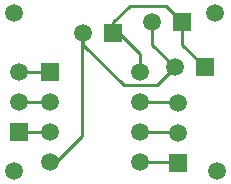
<source format=gbl>
%FSDAX24Y24*%
%MOMM*%
%SFA1B1*%

%IPPOS*%
%ADD11R,1.499997X1.499997*%
%ADD12C,1.499997*%
%ADD13R,1.499997X1.499997*%
%ADD14C,1.519997*%
%ADD15C,0.250000*%
%LNpwmdriver-1*%
%LPD*%
G54D11*
X446999Y1205199D03*
X427999Y1243299D03*
X316199Y1201399D03*
G54D12*
X421599Y1205199D03*
X344199Y1234399D03*
X402599Y1243299D03*
X392399Y1125199D03*
Y1150599D03*
Y1175999D03*
Y1201399D03*
X316199Y1125199D03*
Y1150599D03*
Y1175999D03*
X289599D03*
Y1201399D03*
X424199Y1174699D03*
Y1149299D03*
G54D13*
X369599Y1234399D03*
X289599Y1150599D03*
X424199Y1123899D03*
G54D14*
X455899Y1250999D03*
X457200Y1117600D03*
X285799D03*
Y1250999D03*
G54D15*
X392399Y1201399D02*
Y1216699D01*
X374699Y1234399D02*
X392399Y1216699D01*
X369599Y1234399D02*
X374699D01*
X344199Y1224299D02*
Y1234399D01*
Y1224299D02*
X378499Y1189999D01*
X406400*
X369599Y1234399D02*
Y1243299D01*
X383499Y1257300*
X413999*
X427999Y1243299*
X402599Y1224299D02*
Y1243299D01*
Y1224299D02*
X421599Y1205199D01*
X406400Y1189999D02*
X421599Y1205199D01*
X342900Y1233199D02*
X344199Y1234399D01*
X342900Y1146799D02*
Y1233199D01*
X321299Y1125199D02*
X342900Y1146799D01*
X316199Y1125199D02*
X321299D01*
X289599Y1201399D02*
X316199D01*
X289599Y1175999D02*
X316199D01*
X289599Y1150599D02*
X316199D01*
X427999Y1224299D02*
Y1243299D01*
Y1224299D02*
X446999Y1205199D01*
X392399Y1175999D02*
X422899D01*
X424199Y1174699*
X392399Y1150599D02*
X422899D01*
X424199Y1149299*
X392399Y1125199D02*
X422899D01*
X424199Y1123899*
M02*
</source>
